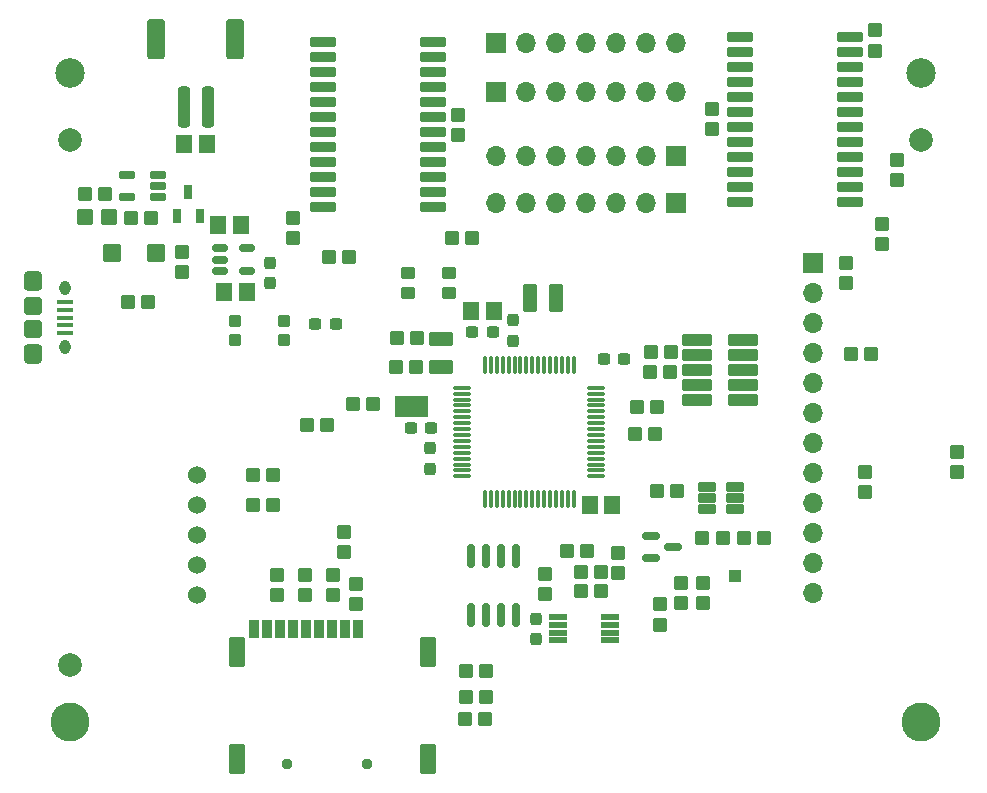
<source format=gbr>
%TF.GenerationSoftware,KiCad,Pcbnew,8.0.5*%
%TF.CreationDate,2024-11-04T18:47:41-08:00*%
%TF.ProjectId,digitalclock,64696769-7461-46c6-936c-6f636b2e6b69,rev?*%
%TF.SameCoordinates,Original*%
%TF.FileFunction,Soldermask,Top*%
%TF.FilePolarity,Negative*%
%FSLAX46Y46*%
G04 Gerber Fmt 4.6, Leading zero omitted, Abs format (unit mm)*
G04 Created by KiCad (PCBNEW 8.0.5) date 2024-11-04 18:47:41*
%MOMM*%
%LPD*%
G01*
G04 APERTURE LIST*
G04 Aperture macros list*
%AMRoundRect*
0 Rectangle with rounded corners*
0 $1 Rounding radius*
0 $2 $3 $4 $5 $6 $7 $8 $9 X,Y pos of 4 corners*
0 Add a 4 corners polygon primitive as box body*
4,1,4,$2,$3,$4,$5,$6,$7,$8,$9,$2,$3,0*
0 Add four circle primitives for the rounded corners*
1,1,$1+$1,$2,$3*
1,1,$1+$1,$4,$5*
1,1,$1+$1,$6,$7*
1,1,$1+$1,$8,$9*
0 Add four rect primitives between the rounded corners*
20,1,$1+$1,$2,$3,$4,$5,0*
20,1,$1+$1,$4,$5,$6,$7,0*
20,1,$1+$1,$6,$7,$8,$9,0*
20,1,$1+$1,$8,$9,$2,$3,0*%
G04 Aperture macros list end*
%ADD10C,0.000000*%
%ADD11RoundRect,0.050800X-0.537500X-0.500000X0.537500X-0.500000X0.537500X0.500000X-0.537500X0.500000X0*%
%ADD12RoundRect,0.237500X-0.300000X-0.237500X0.300000X-0.237500X0.300000X0.237500X-0.300000X0.237500X0*%
%ADD13C,1.524000*%
%ADD14RoundRect,0.050800X0.537500X0.500000X-0.537500X0.500000X-0.537500X-0.500000X0.537500X-0.500000X0*%
%ADD15RoundRect,0.050800X-0.620000X-0.750000X0.620000X-0.750000X0.620000X0.750000X-0.620000X0.750000X0*%
%ADD16RoundRect,0.102000X1.200000X-0.380000X1.200000X0.380000X-1.200000X0.380000X-1.200000X-0.380000X0*%
%ADD17RoundRect,0.050800X-0.500000X0.537500X-0.500000X-0.537500X0.500000X-0.537500X0.500000X0.537500X0*%
%ADD18C,2.000000*%
%ADD19C,0.950000*%
%ADD20RoundRect,0.102000X-0.310000X-0.700000X0.310000X-0.700000X0.310000X0.700000X-0.310000X0.700000X0*%
%ADD21RoundRect,0.102000X-0.550000X-1.200000X0.550000X-1.200000X0.550000X1.200000X-0.550000X1.200000X0*%
%ADD22RoundRect,0.237500X0.300000X0.237500X-0.300000X0.237500X-0.300000X-0.237500X0.300000X-0.237500X0*%
%ADD23RoundRect,0.050800X0.500000X-0.537500X0.500000X0.537500X-0.500000X0.537500X-0.500000X-0.537500X0*%
%ADD24RoundRect,0.050000X0.700000X0.225000X-0.700000X0.225000X-0.700000X-0.225000X0.700000X-0.225000X0*%
%ADD25C,2.500000*%
%ADD26RoundRect,0.075000X-0.662500X-0.075000X0.662500X-0.075000X0.662500X0.075000X-0.662500X0.075000X0*%
%ADD27RoundRect,0.075000X-0.075000X-0.662500X0.075000X-0.662500X0.075000X0.662500X-0.075000X0.662500X0*%
%ADD28RoundRect,0.050800X0.950000X-0.550000X0.950000X0.550000X-0.950000X0.550000X-0.950000X-0.550000X0*%
%ADD29RoundRect,0.050800X-0.950000X0.550000X-0.950000X-0.550000X0.950000X-0.550000X0.950000X0.550000X0*%
%ADD30R,1.000000X1.000000*%
%ADD31RoundRect,0.237500X0.237500X-0.300000X0.237500X0.300000X-0.237500X0.300000X-0.237500X-0.300000X0*%
%ADD32RoundRect,0.050800X-0.700000X0.700000X-0.700000X-0.700000X0.700000X-0.700000X0.700000X0.700000X0*%
%ADD33RoundRect,0.050800X0.600000X-0.600000X0.600000X0.600000X-0.600000X0.600000X-0.600000X-0.600000X0*%
%ADD34RoundRect,0.050800X0.620000X0.750000X-0.620000X0.750000X-0.620000X-0.750000X0.620000X-0.750000X0*%
%ADD35RoundRect,0.050800X0.508000X1.100000X-0.508000X1.100000X-0.508000X-1.100000X0.508000X-1.100000X0*%
%ADD36RoundRect,0.099250X-0.687750X-0.297750X0.687750X-0.297750X0.687750X0.297750X-0.687750X0.297750X0*%
%ADD37RoundRect,0.050800X-0.317500X-0.508000X0.317500X-0.508000X0.317500X0.508000X-0.317500X0.508000X0*%
%ADD38C,3.301600*%
%ADD39RoundRect,0.050800X-0.450000X-0.450000X0.450000X-0.450000X0.450000X0.450000X-0.450000X0.450000X0*%
%ADD40RoundRect,0.150000X-0.512500X-0.150000X0.512500X-0.150000X0.512500X0.150000X-0.512500X0.150000X0*%
%ADD41R,1.700000X1.700000*%
%ADD42O,1.700000X1.700000*%
%ADD43RoundRect,0.050800X0.600000X-0.275000X0.600000X0.275000X-0.600000X0.275000X-0.600000X-0.275000X0*%
%ADD44RoundRect,0.250000X0.250000X1.500000X-0.250000X1.500000X-0.250000X-1.500000X0.250000X-1.500000X0*%
%ADD45RoundRect,0.250001X0.499999X1.449999X-0.499999X1.449999X-0.499999X-1.449999X0.499999X-1.449999X0*%
%ADD46RoundRect,0.237500X-0.237500X0.300000X-0.237500X-0.300000X0.237500X-0.300000X0.237500X0.300000X0*%
%ADD47RoundRect,0.150000X-0.150000X0.825000X-0.150000X-0.825000X0.150000X-0.825000X0.150000X0.825000X0*%
%ADD48RoundRect,0.100000X-0.575000X0.100000X-0.575000X-0.100000X0.575000X-0.100000X0.575000X0.100000X0*%
%ADD49O,1.550000X0.890000*%
%ADD50RoundRect,0.250000X-0.525000X0.475000X-0.525000X-0.475000X0.525000X-0.475000X0.525000X0.475000X0*%
%ADD51O,0.950000X1.250000*%
%ADD52RoundRect,0.250000X-0.525000X0.500000X-0.525000X-0.500000X0.525000X-0.500000X0.525000X0.500000X0*%
%ADD53RoundRect,0.099250X-1.027750X-0.297750X1.027750X-0.297750X1.027750X0.297750X-1.027750X0.297750X0*%
%ADD54RoundRect,0.150000X-0.587500X-0.150000X0.587500X-0.150000X0.587500X0.150000X-0.587500X0.150000X0*%
%ADD55RoundRect,0.099250X1.027750X0.297750X-1.027750X0.297750X-1.027750X-0.297750X1.027750X-0.297750X0*%
%ADD56RoundRect,0.050800X-0.500000X0.425000X-0.500000X-0.425000X0.500000X-0.425000X0.500000X0.425000X0*%
G04 APERTURE END LIST*
D10*
%TO.C,SJ1*%
G36*
X148007000Y-95189000D02*
G01*
X145213000Y-95189000D01*
X145213000Y-93411000D01*
X148007000Y-93411000D01*
X148007000Y-95189000D01*
G37*
%TD*%
D11*
%TO.C,R13*%
X165740000Y-94400000D03*
X167440000Y-94400000D03*
%TD*%
D12*
%TO.C,C11*%
X162887500Y-90318750D03*
X164612500Y-90318750D03*
%TD*%
D13*
%TO.C,J4*%
X128440000Y-110280000D03*
X128440000Y-107740000D03*
X128440000Y-105200000D03*
X128440000Y-102660000D03*
X128440000Y-100120000D03*
%TD*%
D14*
%TO.C,R32*%
X134874000Y-100158000D03*
X133174000Y-100158000D03*
%TD*%
D11*
%TO.C,R11*%
X137780000Y-95940000D03*
X139480000Y-95940000D03*
%TD*%
%TO.C,R4*%
X166860000Y-89710000D03*
X168560000Y-89710000D03*
%TD*%
D15*
%TO.C,C1*%
X127370000Y-72140000D03*
X129270000Y-72140000D03*
%TD*%
D16*
%TO.C,J1*%
X174710000Y-93770000D03*
X170810000Y-93770000D03*
X174710000Y-92500000D03*
X170810000Y-92500000D03*
X174710000Y-91230000D03*
X170810000Y-91230000D03*
X174710000Y-89960000D03*
X170810000Y-89960000D03*
X174710000Y-88690000D03*
X170810000Y-88690000D03*
%TD*%
D17*
%TO.C,R24*%
X192786000Y-98210000D03*
X192786000Y-99910000D03*
%TD*%
D14*
%TO.C,R31*%
X134874000Y-102666800D03*
X133174000Y-102666800D03*
%TD*%
D18*
%TO.C,FID3*%
X117720000Y-116200000D03*
%TD*%
D17*
%TO.C,C13*%
X171259000Y-109300000D03*
X171259000Y-111000000D03*
%TD*%
D19*
%TO.C,J2*%
X136070000Y-124580000D03*
X142870000Y-124580000D03*
D20*
X142050000Y-113160000D03*
X140950000Y-113160000D03*
X139850000Y-113160000D03*
X138750000Y-113160000D03*
X137650000Y-113160000D03*
X136550000Y-113160000D03*
X135450000Y-113160000D03*
X134350000Y-113160000D03*
X133250000Y-113160000D03*
D21*
X131870000Y-124160000D03*
X131870000Y-115160000D03*
X148020000Y-115160000D03*
X148020000Y-124160000D03*
%TD*%
D12*
%TO.C,C2*%
X138485000Y-87380000D03*
X140210000Y-87380000D03*
%TD*%
D22*
%TO.C,C3*%
X153487500Y-88020000D03*
X151762500Y-88020000D03*
%TD*%
D23*
%TO.C,R10*%
X157930000Y-110250000D03*
X157930000Y-108550000D03*
%TD*%
D24*
%TO.C,U5*%
X163380000Y-114135000D03*
X163380000Y-113485000D03*
X163380000Y-112835000D03*
X163380000Y-112185000D03*
X158980000Y-112185000D03*
X158980000Y-112835000D03*
X158980000Y-113485000D03*
X158980000Y-114135000D03*
%TD*%
D23*
%TO.C,R40*%
X185851800Y-64197600D03*
X185851800Y-62497600D03*
%TD*%
D25*
%TO.C,@HOLE1*%
X117720000Y-66070000D03*
%TD*%
D26*
%TO.C,U$1*%
X150925000Y-92750000D03*
X150925000Y-93250000D03*
X150925000Y-93750000D03*
X150925000Y-94250000D03*
X150925000Y-94750000D03*
X150925000Y-95250000D03*
X150925000Y-95750000D03*
X150925000Y-96250000D03*
X150925000Y-96750000D03*
X150925000Y-97250000D03*
X150925000Y-97750000D03*
X150925000Y-98250000D03*
X150925000Y-98750000D03*
X150925000Y-99250000D03*
X150925000Y-99750000D03*
X150925000Y-100250000D03*
D27*
X152837500Y-102162500D03*
X153337500Y-102162500D03*
X153837500Y-102162500D03*
X154337500Y-102162500D03*
X154837500Y-102162500D03*
X155337500Y-102162500D03*
X155837500Y-102162500D03*
X156337500Y-102162500D03*
X156837500Y-102162500D03*
X157337500Y-102162500D03*
X157837500Y-102162500D03*
X158337500Y-102162500D03*
X158837500Y-102162500D03*
X159337500Y-102162500D03*
X159837500Y-102162500D03*
X160337500Y-102162500D03*
D26*
X162250000Y-100250000D03*
X162250000Y-99750000D03*
X162250000Y-99250000D03*
X162250000Y-98750000D03*
X162250000Y-98250000D03*
X162250000Y-97750000D03*
X162250000Y-97250000D03*
X162250000Y-96750000D03*
X162250000Y-96250000D03*
X162250000Y-95750000D03*
X162250000Y-95250000D03*
X162250000Y-94750000D03*
X162250000Y-94250000D03*
X162250000Y-93750000D03*
X162250000Y-93250000D03*
X162250000Y-92750000D03*
D27*
X160337500Y-90837500D03*
X159837500Y-90837500D03*
X159337500Y-90837500D03*
X158837500Y-90837500D03*
X158337500Y-90837500D03*
X157837500Y-90837500D03*
X157337500Y-90837500D03*
X156837500Y-90837500D03*
X156337500Y-90837500D03*
X155837500Y-90837500D03*
X155337500Y-90837500D03*
X154837500Y-90837500D03*
X154337500Y-90837500D03*
X153837500Y-90837500D03*
X153337500Y-90837500D03*
X152837500Y-90837500D03*
%TD*%
D28*
%TO.C,X3*%
X149100000Y-88600000D03*
D29*
X149100000Y-91000000D03*
%TD*%
D30*
%TO.C,TP1*%
X174040800Y-108712000D03*
%TD*%
D31*
%TO.C,C12*%
X155200000Y-88762500D03*
X155200000Y-87037500D03*
%TD*%
D32*
%TO.C,D1*%
X121300000Y-81330000D03*
X125000000Y-81330000D03*
%TD*%
D17*
%TO.C,R36*%
X183388000Y-82170800D03*
X183388000Y-83870800D03*
%TD*%
D23*
%TO.C,R8*%
X167690800Y-112799600D03*
X167690800Y-111099600D03*
%TD*%
%TO.C,R28*%
X164084000Y-108419000D03*
X164084000Y-106719000D03*
%TD*%
D14*
%TO.C,C15*%
X147010900Y-90958200D03*
X145310900Y-90958200D03*
%TD*%
D33*
%TO.C,CHG1*%
X121040000Y-78320000D03*
X118940000Y-78320000D03*
%TD*%
D14*
%TO.C,R7*%
X169100000Y-101500000D03*
X167400000Y-101500000D03*
%TD*%
D34*
%TO.C,C9*%
X163600000Y-102700000D03*
X161700000Y-102700000D03*
%TD*%
D35*
%TO.C,L1*%
X158877000Y-85140000D03*
X156623000Y-85140000D03*
%TD*%
D22*
%TO.C,C8*%
X148262500Y-96200000D03*
X146537500Y-96200000D03*
%TD*%
D11*
%TO.C,R27*%
X159805000Y-106553000D03*
X161505000Y-106553000D03*
%TD*%
%TO.C,R23*%
X183808000Y-89916000D03*
X185508000Y-89916000D03*
%TD*%
D36*
%TO.C,U3*%
X171630000Y-101150000D03*
X171630000Y-102100000D03*
X171630000Y-103050000D03*
X173970000Y-103050000D03*
X173970000Y-102100000D03*
X173970000Y-101150000D03*
%TD*%
D11*
%TO.C,R14*%
X166810000Y-91450000D03*
X168510000Y-91450000D03*
%TD*%
D17*
%TO.C,R20*%
X135255000Y-108624000D03*
X135255000Y-110324000D03*
%TD*%
D14*
%TO.C,C16*%
X147050000Y-88570000D03*
X145350000Y-88570000D03*
%TD*%
D11*
%TO.C,R30*%
X160980000Y-110000000D03*
X162680000Y-110000000D03*
%TD*%
D37*
%TO.C,Q1*%
X126780000Y-78190000D03*
X128680000Y-78190000D03*
X127730000Y-76190000D03*
%TD*%
D23*
%TO.C,R39*%
X186486800Y-80606000D03*
X186486800Y-78906000D03*
%TD*%
D17*
%TO.C,R25*%
X185039000Y-99861000D03*
X185039000Y-101561000D03*
%TD*%
D38*
%TO.C,P$1*%
X117720000Y-121070000D03*
%TD*%
D11*
%TO.C,R3*%
X122590000Y-85520000D03*
X124290000Y-85520000D03*
%TD*%
D23*
%TO.C,R35*%
X136601200Y-80047200D03*
X136601200Y-78347200D03*
%TD*%
D17*
%TO.C,R19*%
X137617200Y-108624000D03*
X137617200Y-110324000D03*
%TD*%
D39*
%TO.C,SW1*%
X135810000Y-87140000D03*
X131710000Y-87140000D03*
X135810000Y-88740000D03*
X131710000Y-88740000D03*
%TD*%
D14*
%TO.C,R9*%
X172950000Y-105500000D03*
X171250000Y-105500000D03*
%TD*%
D11*
%TO.C,C14*%
X174750000Y-105500000D03*
X176450000Y-105500000D03*
%TD*%
D40*
%TO.C,U2*%
X130435000Y-80960000D03*
X130435000Y-81910000D03*
X130435000Y-82860000D03*
X132710000Y-82860000D03*
X132710000Y-80960000D03*
%TD*%
D15*
%TO.C,C4*%
X130260000Y-78980000D03*
X132160000Y-78980000D03*
%TD*%
D11*
%TO.C,R29*%
X160970000Y-108380000D03*
X162670000Y-108380000D03*
%TD*%
D41*
%TO.C,J6*%
X169030000Y-73150000D03*
D42*
X166490000Y-73150000D03*
X163950000Y-73150000D03*
X161410000Y-73150000D03*
X158870000Y-73150000D03*
X156330000Y-73150000D03*
X153790000Y-73150000D03*
%TD*%
D41*
%TO.C,J7*%
X153790000Y-67700000D03*
D42*
X156330000Y-67700000D03*
X158870000Y-67700000D03*
X161410000Y-67700000D03*
X163950000Y-67700000D03*
X166490000Y-67700000D03*
X169030000Y-67700000D03*
%TD*%
D43*
%TO.C,U1*%
X125150000Y-76610000D03*
X125150000Y-75660000D03*
X125150000Y-74710000D03*
X122549800Y-74710000D03*
X122549800Y-76610000D03*
%TD*%
D11*
%TO.C,R2*%
X122880000Y-78400000D03*
X124580000Y-78400000D03*
%TD*%
%TO.C,R15*%
X151190000Y-118900000D03*
X152890000Y-118900000D03*
%TD*%
%TO.C,R26*%
X165520000Y-96647000D03*
X167220000Y-96647000D03*
%TD*%
D17*
%TO.C,R21*%
X139954000Y-108624000D03*
X139954000Y-110324000D03*
%TD*%
D11*
%TO.C,R34*%
X139662800Y-81686400D03*
X141362800Y-81686400D03*
%TD*%
D41*
%TO.C,J3*%
X180650000Y-82170000D03*
D42*
X180650000Y-84710000D03*
X180650000Y-87250000D03*
X180650000Y-89790000D03*
X180650000Y-92330000D03*
X180650000Y-94870000D03*
X180650000Y-97410000D03*
X180650000Y-99950000D03*
X180650000Y-102490000D03*
X180650000Y-105030000D03*
X180650000Y-107570000D03*
X180650000Y-110110000D03*
%TD*%
D11*
%TO.C,R16*%
X151170000Y-120780000D03*
X152870000Y-120780000D03*
%TD*%
D44*
%TO.C,X1*%
X129360000Y-68970000D03*
X127360000Y-68970000D03*
D45*
X131710000Y-63220000D03*
X125010000Y-63220000D03*
%TD*%
D38*
%TO.C,P$2*%
X189720000Y-121070000D03*
%TD*%
D23*
%TO.C,R38*%
X187706000Y-75170400D03*
X187706000Y-73470400D03*
%TD*%
%TO.C,R18*%
X140930000Y-106660000D03*
X140930000Y-104960000D03*
%TD*%
D41*
%TO.C,J8*%
X169030000Y-77150000D03*
D42*
X166490000Y-77150000D03*
X163950000Y-77150000D03*
X161410000Y-77150000D03*
X158870000Y-77150000D03*
X156330000Y-77150000D03*
X153790000Y-77150000D03*
%TD*%
D17*
%TO.C,D2*%
X169469000Y-109260000D03*
X169469000Y-110960000D03*
%TD*%
D11*
%TO.C,R12*%
X141690000Y-94090000D03*
X143390000Y-94090000D03*
%TD*%
D17*
%TO.C,R5*%
X127210000Y-81230000D03*
X127210000Y-82930000D03*
%TD*%
D46*
%TO.C,C7*%
X134630000Y-82187500D03*
X134630000Y-83912500D03*
%TD*%
D47*
%TO.C,U4*%
X155505000Y-107025000D03*
X154235000Y-107025000D03*
X152965000Y-107025000D03*
X151695000Y-107025000D03*
X151695000Y-111975000D03*
X152965000Y-111975000D03*
X154235000Y-111975000D03*
X155505000Y-111975000D03*
%TD*%
D15*
%TO.C,C6*%
X130780000Y-84680000D03*
X132680000Y-84680000D03*
%TD*%
D23*
%TO.C,R41*%
X172050000Y-70815000D03*
X172050000Y-69115000D03*
%TD*%
D48*
%TO.C,X2*%
X117240000Y-85510000D03*
X117240000Y-86160000D03*
X117240000Y-86810000D03*
X117240000Y-87460000D03*
X117240000Y-88110000D03*
D49*
X114540000Y-83310000D03*
D50*
X114540000Y-83785000D03*
D51*
X117240000Y-84310000D03*
D52*
X114540000Y-85810000D03*
X114540000Y-87810000D03*
D51*
X117240000Y-89310000D03*
D50*
X114540000Y-89835000D03*
D49*
X114540000Y-90310000D03*
%TD*%
D25*
%TO.C,@HOLE2*%
X189720000Y-66070000D03*
%TD*%
D11*
%TO.C,R17*%
X151190000Y-116770000D03*
X152890000Y-116770000D03*
%TD*%
D18*
%TO.C,FID2*%
X189720000Y-71750000D03*
%TD*%
D11*
%TO.C,R33*%
X150039600Y-80060800D03*
X151739600Y-80060800D03*
%TD*%
D17*
%TO.C,R22*%
X141950000Y-109370000D03*
X141950000Y-111070000D03*
%TD*%
D11*
%TO.C,R1*%
X118950000Y-76320000D03*
X120650000Y-76320000D03*
%TD*%
D53*
%TO.C,U6*%
X139090000Y-63470000D03*
X139090000Y-64740000D03*
X139090000Y-66010000D03*
X139090000Y-67280000D03*
X139090000Y-68550000D03*
X139090000Y-69820000D03*
X139090000Y-71090000D03*
X139090000Y-72360000D03*
X139090000Y-73630000D03*
X139090000Y-74900000D03*
X139090000Y-76170000D03*
X139090000Y-77440000D03*
X148400000Y-77440000D03*
X148400000Y-76170000D03*
X148400000Y-74900000D03*
X148400000Y-73630000D03*
X148400000Y-72360000D03*
X148400000Y-71090000D03*
X148400000Y-69820000D03*
X148400000Y-68550000D03*
X148400000Y-67280000D03*
X148400000Y-66010000D03*
X148400000Y-64740000D03*
X148400000Y-63470000D03*
%TD*%
D31*
%TO.C,C10*%
X148150000Y-99612500D03*
X148150000Y-97887500D03*
%TD*%
D18*
%TO.C,FID1*%
X117720000Y-71750000D03*
%TD*%
D46*
%TO.C,C17*%
X157140000Y-112317500D03*
X157140000Y-114042500D03*
%TD*%
D54*
%TO.C,Q2*%
X166862500Y-105287500D03*
X166862500Y-107187500D03*
X168737500Y-106237500D03*
%TD*%
D55*
%TO.C,U7*%
X183700000Y-77025000D03*
X183700000Y-75755000D03*
X183700000Y-74485000D03*
X183700000Y-73215000D03*
X183700000Y-71945000D03*
X183700000Y-70675000D03*
X183700000Y-69405000D03*
X183700000Y-68135000D03*
X183700000Y-66865000D03*
X183700000Y-65595000D03*
X183700000Y-64325000D03*
X183700000Y-63055000D03*
X174390000Y-63055000D03*
X174390000Y-64325000D03*
X174390000Y-65595000D03*
X174390000Y-66865000D03*
X174390000Y-68135000D03*
X174390000Y-69405000D03*
X174390000Y-70675000D03*
X174390000Y-71945000D03*
X174390000Y-73215000D03*
X174390000Y-74485000D03*
X174390000Y-75755000D03*
X174390000Y-77025000D03*
%TD*%
D41*
%TO.C,J5*%
X153790000Y-63600000D03*
D42*
X156330000Y-63600000D03*
X158870000Y-63600000D03*
X161410000Y-63600000D03*
X163950000Y-63600000D03*
X166490000Y-63600000D03*
X169030000Y-63600000D03*
%TD*%
D17*
%TO.C,R37*%
X150550000Y-69675000D03*
X150550000Y-71375000D03*
%TD*%
D34*
%TO.C,C5*%
X153575000Y-86220000D03*
X151675000Y-86220000D03*
%TD*%
D56*
%TO.C,LED1*%
X149810000Y-84745000D03*
X149810000Y-82995000D03*
X146310000Y-82995000D03*
X146310000Y-84745000D03*
%TD*%
M02*

</source>
